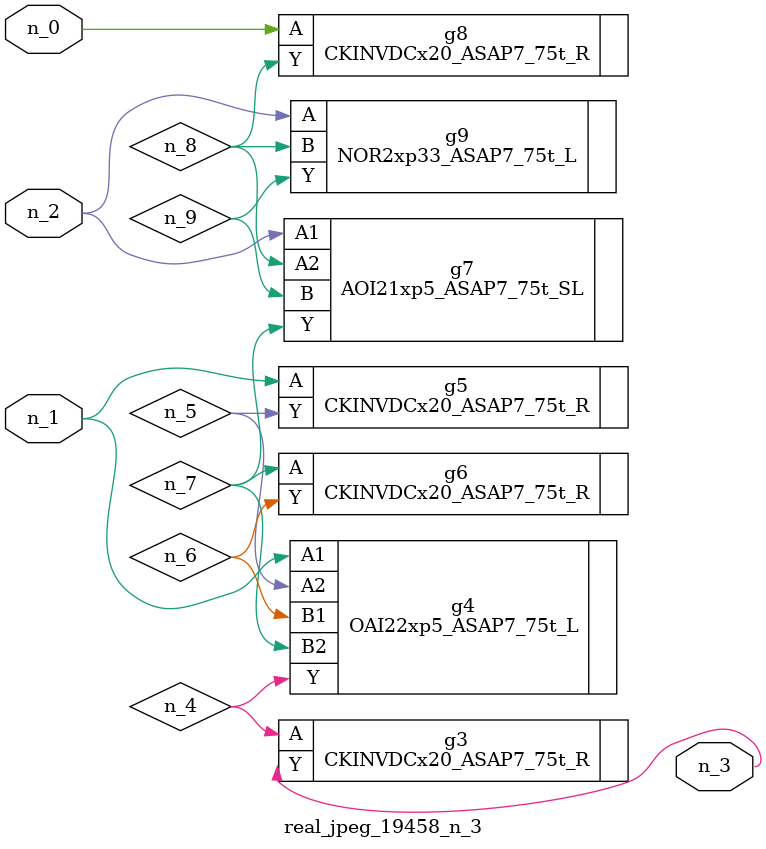
<source format=v>
module real_jpeg_19458_n_3 (n_1, n_0, n_2, n_3);

input n_1;
input n_0;
input n_2;

output n_3;

wire n_5;
wire n_8;
wire n_4;
wire n_6;
wire n_7;
wire n_9;

CKINVDCx20_ASAP7_75t_R g8 ( 
.A(n_0),
.Y(n_8)
);

OAI22xp5_ASAP7_75t_L g4 ( 
.A1(n_1),
.A2(n_5),
.B1(n_6),
.B2(n_7),
.Y(n_4)
);

CKINVDCx20_ASAP7_75t_R g5 ( 
.A(n_1),
.Y(n_5)
);

AOI21xp5_ASAP7_75t_SL g7 ( 
.A1(n_2),
.A2(n_8),
.B(n_9),
.Y(n_7)
);

NOR2xp33_ASAP7_75t_L g9 ( 
.A(n_2),
.B(n_8),
.Y(n_9)
);

CKINVDCx20_ASAP7_75t_R g3 ( 
.A(n_4),
.Y(n_3)
);

CKINVDCx20_ASAP7_75t_R g6 ( 
.A(n_7),
.Y(n_6)
);


endmodule
</source>
